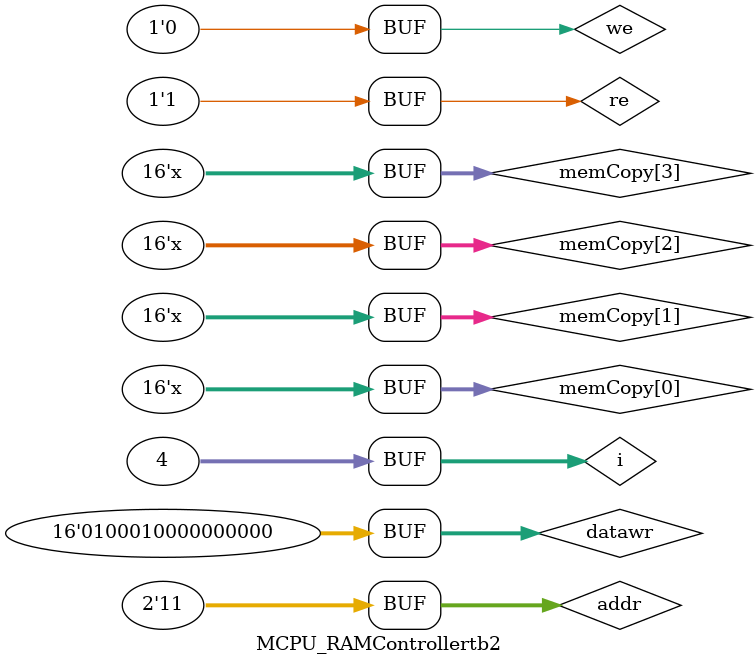
<source format=v>
module MCPU_RAMControllertb2();

parameter WORD_SIZE=16;
parameter ADDR_WIDTH=2;
parameter RAM_SIZE=1<<ADDR_WIDTH;

reg we, re;
reg [WORD_SIZE-1:0] datawr;
reg [ADDR_WIDTH-1:0] addr;
reg [ADDR_WIDTH-1:0] instraddr;

reg [WORD_SIZE-1:0] datard;
reg [WORD_SIZE-1:0] instrrd;

wire [WORD_SIZE-1:0] datard_tb;
wire [WORD_SIZE-1:0] instrrd_tb;

MCPU_RAMController #(.WORD_SIZE(WORD_SIZE), .ADDR_WIDTH(ADDR_WIDTH)) tb_ram (
	.we(we), .re(re),
	.datawr(datawr), .addr(addr), .instraddr(instraddr),
	.datard(datard_tb), .instrrd(instrrd_tb)
);

reg [WORD_SIZE-1:0] memCopy[RAM_SIZE-1:0];

always #5 datawr = 16'b0100_0100_0000_0000;

integer i;
initial begin
	for(i = 0; i < RAM_SIZE; i = i + 1) begin
	#5
		we = 1;
		re = 0;
		addr = i;
	end
	for(i = 0; i < RAM_SIZE; i = i + 1) begin
	#5
		we = 0;
		re = 1;
		addr = i;
	end
end

always @ (addr or we or re or datawr)
begin
  if(we)begin
    memCopy[addr]=datawr;
  end
  if(re) begin
    datard=memCopy[addr];
  end
end
endmodule
</source>
